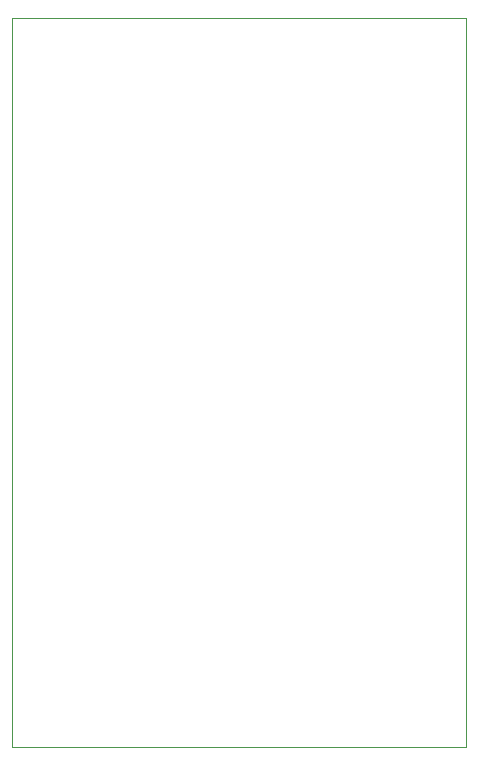
<source format=gbr>
%TF.GenerationSoftware,KiCad,Pcbnew,9.0.6*%
%TF.CreationDate,2026-02-08T18:04:32+01:00*%
%TF.ProjectId,Buck,4275636b-2e6b-4696-9361-645f70636258,B*%
%TF.SameCoordinates,Original*%
%TF.FileFunction,Profile,NP*%
%FSLAX46Y46*%
G04 Gerber Fmt 4.6, Leading zero omitted, Abs format (unit mm)*
G04 Created by KiCad (PCBNEW 9.0.6) date 2026-02-08 18:04:32*
%MOMM*%
%LPD*%
G01*
G04 APERTURE LIST*
%TA.AperFunction,Profile*%
%ADD10C,0.050000*%
%TD*%
G04 APERTURE END LIST*
D10*
X137000000Y-94000000D02*
X175500000Y-94000000D01*
X137000000Y-155750000D02*
X137000000Y-94000000D01*
X175500000Y-155750000D02*
X175500000Y-94000000D01*
X137000000Y-155750000D02*
X175500000Y-155750000D01*
M02*

</source>
